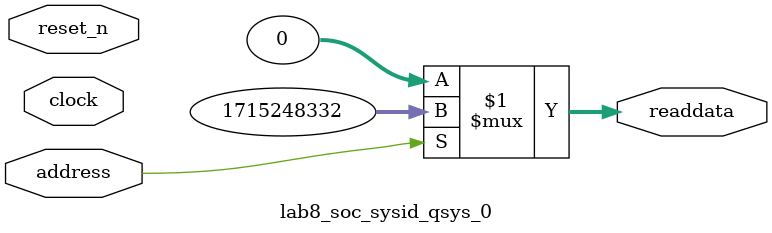
<source format=v>



// synthesis translate_off
`timescale 1ns / 1ps
// synthesis translate_on

// turn off superfluous verilog processor warnings 
// altera message_level Level1 
// altera message_off 10034 10035 10036 10037 10230 10240 10030 

module lab8_soc_sysid_qsys_0 (
               // inputs:
                address,
                clock,
                reset_n,

               // outputs:
                readdata
             )
;

  output  [ 31: 0] readdata;
  input            address;
  input            clock;
  input            reset_n;

  wire    [ 31: 0] readdata;
  //control_slave, which is an e_avalon_slave
  assign readdata = address ? 1715248332 : 0;

endmodule



</source>
